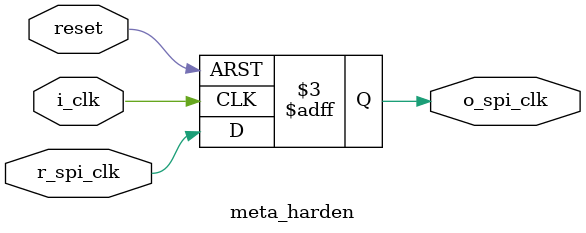
<source format=v>
module meta_harden
#(parameter clk_idle_state=1)
(input i_clk,
 input r_spi_clk,
 input reset,
 output reg o_spi_clk
);
always @ (posedge i_clk, posedge reset)
begin
if(reset==1)begin
o_spi_clk<=clk_idle_state;
end
else begin
o_spi_clk<=r_spi_clk;
end
end
endmodule
</source>
